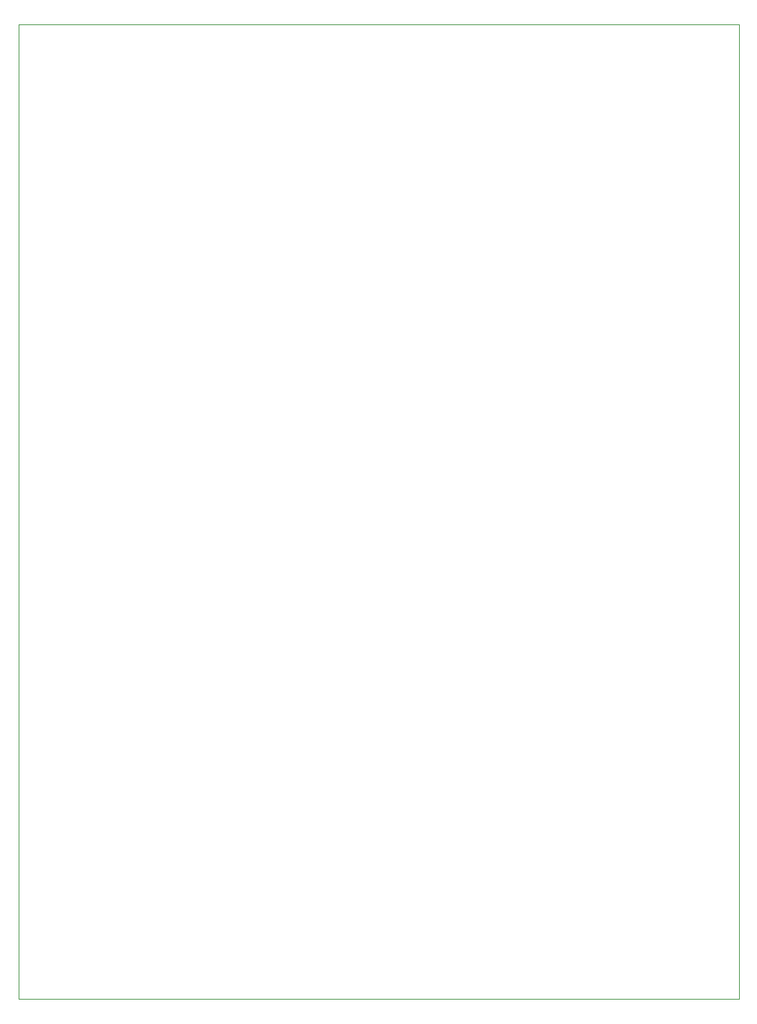
<source format=gbr>
G04 #@! TF.GenerationSoftware,KiCad,Pcbnew,5.1.5*
G04 #@! TF.CreationDate,2020-02-20T18:04:15+03:00*
G04 #@! TF.ProjectId,top,746f702e-6b69-4636-9164-5f7063625858,rev?*
G04 #@! TF.SameCoordinates,Original*
G04 #@! TF.FileFunction,Profile,NP*
%FSLAX46Y46*%
G04 Gerber Fmt 4.6, Leading zero omitted, Abs format (unit mm)*
G04 Created by KiCad (PCBNEW 5.1.5) date 2020-02-20 18:04:15*
%MOMM*%
%LPD*%
G04 APERTURE LIST*
%ADD10C,0.100000*%
G04 APERTURE END LIST*
D10*
X74000000Y-164000000D02*
X74000000Y-49000000D01*
X74000000Y-164000000D02*
X159000000Y-164000000D01*
X159000000Y-49000000D02*
X74000000Y-49000000D01*
X159000000Y-164000000D02*
X159000000Y-49000000D01*
M02*

</source>
